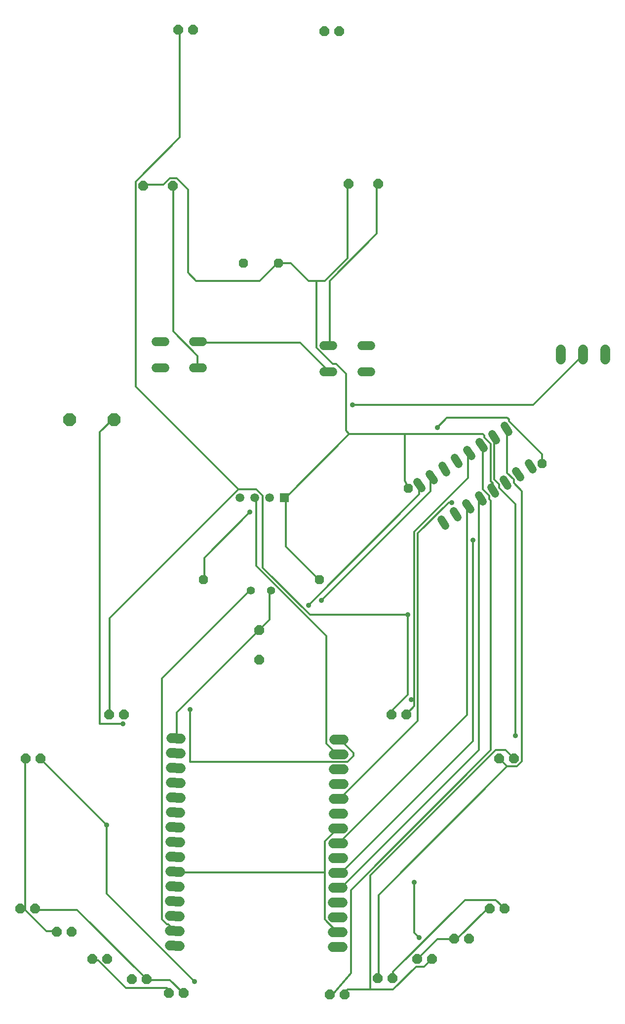
<source format=gbr>
G04 EAGLE Gerber RS-274X export*
G75*
%MOMM*%
%FSLAX34Y34*%
%LPD*%
%INTop Copper*%
%IPPOS*%
%AMOC8*
5,1,8,0,0,1.08239X$1,22.5*%
G01*
%ADD10C,1.320800*%
%ADD11P,1.814519X8X22.500000*%
%ADD12P,1.814519X8X202.500000*%
%ADD13C,1.400000*%
%ADD14P,1.814519X8X112.500000*%
%ADD15C,1.524000*%
%ADD16C,1.676400*%
%ADD17R,1.508000X1.508000*%
%ADD18C,1.508000*%
%ADD19P,1.732040X8X22.500000*%
%ADD20P,2.336880X8X22.500000*%
%ADD21C,0.304800*%
%ADD22C,0.914400*%


D10*
X1054251Y1031130D02*
X1061387Y1020016D01*
X1040012Y1006294D02*
X1032877Y1017408D01*
X926005Y948798D02*
X933141Y937683D01*
X911766Y923961D02*
X904631Y935076D01*
X1011503Y1003686D02*
X1018638Y992571D01*
X997264Y978849D02*
X990128Y989964D01*
X947380Y962520D02*
X954515Y951405D01*
X975889Y965127D02*
X968754Y976242D01*
X945797Y870952D02*
X952933Y859838D01*
X974307Y873560D02*
X967172Y884674D01*
X988546Y898397D02*
X995681Y887282D01*
X1017056Y901004D02*
X1009920Y912119D01*
X1031295Y925841D02*
X1038430Y914726D01*
X1059804Y928448D02*
X1052669Y939563D01*
X1074043Y953285D02*
X1081179Y942170D01*
X1102553Y955892D02*
X1095418Y967007D01*
D11*
X415520Y81900D03*
X440920Y81900D03*
X495080Y1710540D03*
X520480Y1710540D03*
X836720Y84240D03*
X862120Y84240D03*
X375740Y535860D03*
X401140Y535860D03*
X233000Y460980D03*
X258400Y460980D03*
X967760Y152100D03*
X993160Y152100D03*
X754820Y56160D03*
X780220Y56160D03*
X904580Y117000D03*
X929980Y117000D03*
X223640Y203580D03*
X249040Y203580D03*
X286820Y163800D03*
X312220Y163800D03*
X1028600Y203580D03*
X1054000Y203580D03*
X860120Y535860D03*
X885520Y535860D03*
X1044980Y460980D03*
X1070380Y460980D03*
X347660Y117000D03*
X373060Y117000D03*
D12*
X770860Y1708200D03*
X745460Y1708200D03*
D11*
X478700Y58500D03*
X504100Y58500D03*
D13*
X619480Y748800D03*
X653480Y748800D03*
D14*
X633494Y630378D03*
X633494Y681178D03*
D11*
X786974Y1446548D03*
X837774Y1446548D03*
X434398Y1442590D03*
X485198Y1442590D03*
D15*
X744872Y1168794D02*
X760112Y1168794D01*
X760112Y1123582D02*
X744872Y1123582D01*
X809896Y1168794D02*
X825136Y1168794D01*
X825136Y1123582D02*
X809896Y1123582D01*
X536490Y1130114D02*
X521250Y1130114D01*
X521250Y1175326D02*
X536490Y1175326D01*
X471466Y1130114D02*
X456226Y1130114D01*
X456226Y1175326D02*
X471466Y1175326D01*
D16*
X482577Y495137D02*
X499340Y495020D01*
X499163Y469621D02*
X482400Y469738D01*
X482222Y444339D02*
X498986Y444222D01*
X498808Y418822D02*
X482045Y418939D01*
X481868Y393540D02*
X498631Y393423D01*
X498454Y368024D02*
X481690Y368141D01*
X481513Y342741D02*
X498277Y342624D01*
X498099Y317225D02*
X481336Y317342D01*
X481158Y291942D02*
X497922Y291825D01*
X497745Y266426D02*
X480981Y266543D01*
X480804Y241144D02*
X497567Y241027D01*
X497390Y215627D02*
X480626Y215744D01*
X480449Y190345D02*
X497213Y190228D01*
X497035Y164828D02*
X480272Y164945D01*
X480094Y139546D02*
X496858Y139429D01*
X759488Y137596D02*
X776251Y137479D01*
X776428Y162878D02*
X759665Y162995D01*
X759842Y188394D02*
X776606Y188277D01*
X776783Y213677D02*
X760020Y213794D01*
X760197Y239193D02*
X776960Y239076D01*
X777138Y264475D02*
X760374Y264592D01*
X760551Y289992D02*
X777315Y289875D01*
X777492Y315274D02*
X760729Y315391D01*
X760906Y340791D02*
X777670Y340674D01*
X777847Y366073D02*
X761083Y366190D01*
X761261Y391589D02*
X778024Y391472D01*
X778202Y416872D02*
X761438Y416989D01*
X761615Y442388D02*
X778379Y442271D01*
X778556Y467671D02*
X761793Y467788D01*
X761970Y493187D02*
X778734Y493070D01*
D17*
X677004Y908008D03*
D18*
X651604Y908008D03*
X626204Y908008D03*
X600804Y908008D03*
D19*
X666900Y1310400D03*
X606060Y1310400D03*
X538200Y767520D03*
X737100Y767520D03*
D16*
X1150620Y1145238D02*
X1150620Y1162002D01*
X1188720Y1162002D02*
X1188720Y1145238D01*
X1226820Y1145238D02*
X1226820Y1162002D01*
D19*
X1118520Y966420D03*
X889200Y924300D03*
D20*
X308220Y1041300D03*
X384420Y1041300D03*
D21*
X908050Y927608D02*
X908050Y913638D01*
X718058Y723646D01*
X908050Y927608D02*
X908199Y929518D01*
D22*
X718058Y723646D03*
D21*
X628650Y790702D02*
X628650Y905256D01*
X628650Y790702D02*
X748792Y670560D01*
X748792Y486156D01*
X768350Y466598D01*
X628650Y905256D02*
X626204Y908008D01*
X770175Y467729D02*
X768350Y466598D01*
X824230Y64262D02*
X863346Y64262D01*
X824230Y64262D02*
X785222Y64262D01*
X863346Y64262D02*
X902462Y103378D01*
X916432Y103378D01*
X927608Y114554D01*
X785222Y64262D02*
X780220Y56160D01*
X927608Y114554D02*
X929980Y117000D01*
X991870Y941578D02*
X991870Y983488D01*
X991870Y941578D02*
X899668Y849376D01*
X899668Y561594D02*
X899668Y550418D01*
X899668Y561594D02*
X899668Y849376D01*
X899668Y550418D02*
X885698Y536448D01*
X991870Y983488D02*
X993696Y984407D01*
X885698Y536448D02*
X885520Y535860D01*
X894080Y561594D02*
X899668Y561594D01*
X824230Y259842D02*
X824230Y64262D01*
X824230Y259842D02*
X1039368Y474980D01*
X1056132Y474980D01*
X1070102Y461010D01*
X1070380Y460980D01*
D22*
X894080Y561594D03*
D21*
X371602Y346456D02*
X259842Y458216D01*
X258400Y460980D01*
X371602Y229108D02*
X522478Y78232D01*
X371602Y229108D02*
X371602Y346456D01*
X899668Y248666D02*
X899668Y162052D01*
X908050Y153670D01*
D22*
X371602Y346456D03*
X522478Y78232D03*
X899668Y248666D03*
X908050Y153670D03*
D21*
X503828Y58674D02*
X502920Y58674D01*
X480568Y81026D01*
X441452Y81026D01*
X503828Y58674D02*
X504100Y58500D01*
X441452Y81026D02*
X440920Y81900D01*
X321310Y201168D02*
X251460Y201168D01*
X321310Y201168D02*
X438658Y83820D01*
X251460Y201168D02*
X249040Y203580D01*
X438658Y83820D02*
X440920Y81900D01*
X863346Y86614D02*
X863346Y94996D01*
X986282Y217932D01*
X1039368Y217932D01*
X1053338Y203962D01*
X863346Y86614D02*
X862120Y84240D01*
X1053338Y203962D02*
X1054000Y203580D01*
X927608Y919226D02*
X927608Y941578D01*
X927608Y919226D02*
X740410Y732028D01*
X927608Y941578D02*
X929573Y943240D01*
D22*
X740410Y732028D03*
D21*
X231902Y201168D02*
X226314Y201168D01*
X231902Y201168D02*
X268224Y164846D01*
X284988Y164846D01*
X226314Y201168D02*
X223640Y203580D01*
X284988Y164846D02*
X286820Y163800D01*
X231902Y201168D02*
X231902Y458216D01*
X233000Y460980D01*
X223640Y203580D02*
X231902Y201168D01*
X1017016Y922020D02*
X1017016Y997458D01*
X1017016Y922020D02*
X1028192Y910844D01*
X1028192Y905256D01*
X1030986Y902462D01*
X1030986Y474980D01*
X790702Y234696D01*
X790702Y92202D01*
X1017016Y997458D02*
X1015070Y998129D01*
X760810Y57123D02*
X754820Y56160D01*
X760810Y57123D02*
X790702Y92202D01*
X938784Y150876D02*
X966724Y150876D01*
X938784Y150876D02*
X905256Y117348D01*
X966724Y150876D02*
X967760Y152100D01*
X905256Y117348D02*
X904580Y117000D01*
X1036574Y938784D02*
X1036574Y1011428D01*
X1036574Y938784D02*
X1044956Y930402D01*
X1044956Y924814D01*
X1072896Y896874D01*
X1072896Y500126D01*
X1036574Y1011428D02*
X1036445Y1011851D01*
X975106Y153670D02*
X969518Y153670D01*
X975106Y153670D02*
X1022604Y201168D01*
X1028192Y201168D01*
X969518Y153670D02*
X967760Y152100D01*
X1028192Y201168D02*
X1028600Y203580D01*
D22*
X1072896Y500126D03*
D21*
X357632Y114554D02*
X349250Y114554D01*
X357632Y114554D02*
X405130Y67056D01*
X474980Y67056D01*
X478142Y63894D01*
X349250Y114554D02*
X347660Y117000D01*
X478142Y63894D02*
X478700Y58500D01*
X1058926Y949960D02*
X1058926Y1025398D01*
X1058926Y949960D02*
X1070102Y938784D01*
X1070102Y933196D01*
X1084072Y919226D01*
X1084072Y455422D01*
X1075690Y447040D01*
X1058926Y447040D01*
X1047750Y458216D01*
X1058926Y1025398D02*
X1057819Y1025573D01*
X1044980Y460980D02*
X1047750Y458216D01*
X838200Y226314D02*
X838200Y86614D01*
X838200Y226314D02*
X1058926Y447040D01*
X838200Y86614D02*
X836720Y84240D01*
X888492Y569976D02*
X888492Y706882D01*
X888492Y569976D02*
X860552Y542036D01*
X860552Y536448D01*
X860120Y535860D01*
X377190Y536448D02*
X377190Y701294D01*
X597916Y922020D01*
X628650Y922020D01*
X639826Y910844D01*
X639826Y787908D01*
X720852Y706882D01*
X888492Y706882D01*
X377190Y536448D02*
X375740Y535860D01*
X497332Y1525524D02*
X497332Y1708223D01*
X497332Y1525524D02*
X421894Y1450086D01*
X421894Y1098042D01*
X597916Y922020D01*
X497332Y1708223D02*
X495080Y1710540D01*
D22*
X888492Y706882D03*
D21*
X704088Y1173480D02*
X530860Y1173480D01*
X704088Y1173480D02*
X751586Y1125982D01*
X530860Y1173480D02*
X528870Y1175326D01*
X751586Y1125982D02*
X752492Y1123582D01*
X1061720Y1039368D02*
X1118520Y982568D01*
X1061720Y1039368D02*
X1061720Y1042162D01*
X1058926Y1044956D01*
X955548Y1044956D01*
X938784Y1028192D01*
X1118520Y982568D02*
X1118520Y966420D01*
D22*
X938784Y1028192D03*
D21*
X754380Y1170686D02*
X754380Y1279652D01*
X835406Y1360678D01*
X835406Y1444498D01*
X754380Y1170686D02*
X752492Y1168794D01*
X835406Y1444498D02*
X837774Y1446548D01*
X528066Y1151128D02*
X528066Y1131570D01*
X528066Y1151128D02*
X486156Y1193038D01*
X486156Y1441704D01*
X528066Y1131570D02*
X528870Y1130114D01*
X486156Y1441704D02*
X485198Y1442590D01*
X651002Y748269D02*
X651002Y698500D01*
X634238Y681736D01*
X651002Y748269D02*
X653480Y748800D01*
X634238Y681736D02*
X633494Y681178D01*
X491744Y539242D02*
X491744Y497332D01*
X491744Y539242D02*
X631444Y678942D01*
X491744Y497332D02*
X490959Y495079D01*
X631444Y678942D02*
X633494Y681178D01*
X667766Y1310386D02*
X687324Y1310386D01*
X718058Y1279652D01*
X732028Y1279652D02*
X745998Y1279652D01*
X732028Y1279652D02*
X718058Y1279652D01*
X745998Y1279652D02*
X785114Y1318768D01*
X785114Y1444498D01*
X667766Y1310386D02*
X666900Y1310400D01*
X785114Y1444498D02*
X786974Y1446548D01*
X469392Y1444498D02*
X435864Y1444498D01*
X469392Y1444498D02*
X480568Y1455674D01*
X491744Y1455674D01*
X511302Y1436116D01*
X511302Y1293622D01*
X525272Y1279652D01*
X634238Y1279652D01*
X664972Y1310386D01*
X435864Y1444498D02*
X434398Y1442590D01*
X664972Y1310386D02*
X666900Y1310400D01*
X1033780Y933196D02*
X1033780Y925000D01*
X1033780Y922020D01*
X1033780Y933196D02*
X1030986Y935990D01*
X1030986Y1000252D01*
X1019810Y1011428D01*
X1019810Y1014222D01*
X1017016Y1017016D01*
X882904Y1017016D02*
X787908Y1017016D01*
X882904Y1017016D02*
X1017016Y1017016D01*
X787908Y1017016D02*
X678942Y908050D01*
X677004Y908008D01*
X477774Y176022D02*
X486156Y167640D01*
X477774Y176022D02*
X474980Y176022D01*
X466598Y184404D01*
X466598Y597916D01*
X616752Y748070D01*
X486156Y167640D02*
X488653Y164887D01*
X616752Y748070D02*
X619480Y748800D01*
X678942Y824230D02*
X678942Y905256D01*
X678942Y824230D02*
X734822Y768350D01*
X678942Y905256D02*
X677004Y908008D01*
X734822Y768350D02*
X737100Y767520D01*
X732028Y1165098D02*
X732028Y1279652D01*
X732028Y1165098D02*
X759968Y1137158D01*
X765556Y1137158D01*
X782320Y1120394D01*
X782320Y1022604D01*
X787908Y1017016D01*
X882904Y1017016D02*
X882904Y937275D01*
X889200Y924300D01*
X1034862Y920283D02*
X1035000Y925000D01*
X1033780Y925000D01*
X539242Y804672D02*
X539242Y768350D01*
X539242Y804672D02*
X617474Y882904D01*
X793496Y1067308D02*
X1103630Y1067308D01*
X1187450Y1151128D01*
X539242Y768350D02*
X538200Y767520D01*
X1187450Y1151128D02*
X1188720Y1153620D01*
D22*
X617474Y882904D03*
X793496Y1067308D03*
D21*
X745998Y184404D02*
X765556Y164846D01*
X745998Y265430D02*
X745998Y318516D01*
X745998Y265430D02*
X745998Y184404D01*
X745998Y318516D02*
X768350Y340868D01*
X765556Y164846D02*
X768047Y162936D01*
X769288Y340732D02*
X768350Y340868D01*
X745998Y265430D02*
X491744Y265430D01*
X489363Y266485D01*
X958342Y899668D02*
X963930Y899668D01*
X958342Y899668D02*
X905256Y846582D01*
X905256Y525272D01*
X771144Y391160D01*
X769643Y391531D01*
D22*
X963930Y899668D03*
D21*
X1000000Y835000D02*
X1000000Y490000D01*
X770000Y260000D01*
X768756Y264534D01*
D22*
X1000000Y835000D03*
D21*
X1010000Y905000D02*
X1010000Y475000D01*
X770000Y235000D01*
X1010000Y905000D02*
X1013488Y906561D01*
X768579Y239135D02*
X770000Y235000D01*
X795000Y470000D02*
X775000Y490000D01*
X795000Y470000D02*
X795000Y465000D01*
X785000Y455000D01*
X515000Y455000D01*
X515000Y545000D01*
X400000Y520000D02*
X360000Y520000D01*
X360000Y1020000D01*
X380000Y1040000D01*
X770352Y493128D02*
X775000Y490000D01*
X384420Y1041300D02*
X380000Y1040000D01*
D22*
X515000Y545000D03*
X400000Y520000D03*
D21*
X990000Y535000D02*
X990000Y890000D01*
X990000Y535000D02*
X770000Y315000D01*
X990000Y890000D02*
X992114Y892839D01*
X770000Y315000D02*
X769111Y315333D01*
M02*

</source>
